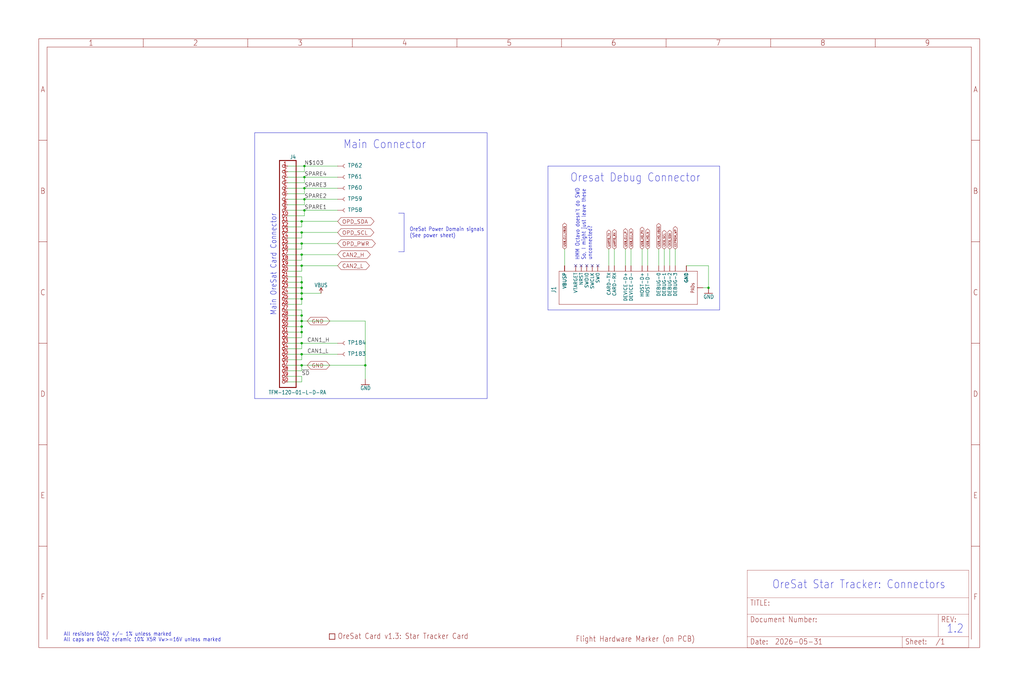
<source format=kicad_sch>
(kicad_sch (version 20250114) (generator "eeschema") (generator_version "9.0")
  (paper "User" 469.9 317.627)
  (lib_symbols
    (symbol "star-tracker-card-eagle-import:FLIGHMARKERNEW"
      (symbol "FLIGHMARKERNEW_1_0"
        (text "Flight Hardware Marker (on PCB)" (at 0 0 0) (effects (font (size 2.54 2.159)) (justify left bottom)))
      )
    )
    (symbol "star-tracker-card-eagle-import:FRAME_B_L"
      (symbol "FRAME_B_L_1_0"
        (polyline (pts (xy 0 279.4) (xy 431.8 279.4) (xy 431.8 0) (xy 0 0) (xy 0 279.4)))
        (polyline (pts (xy 0 232.8333) (xy 3.81 232.8333)))
        (polyline (pts (xy 0 186.2667) (xy 3.81 186.2667)))
        (polyline (pts (xy 0 139.7) (xy 3.81 139.7)))
        (polyline (pts (xy 0 93.1333) (xy 3.81 93.1333)))
        (polyline (pts (xy 0 46.5667) (xy 3.81 46.5667)))
        (polyline (pts (xy 3.81 275.59) (xy 3.81 3.81)))
        (polyline (pts (xy 47.9778 279.4) (xy 47.9778 275.59)))
        (polyline (pts (xy 95.9556 279.4) (xy 95.9556 275.59)))
        (polyline (pts (xy 143.9333 279.4) (xy 143.9333 275.59)))
        (polyline (pts (xy 191.9111 279.4) (xy 191.9111 275.59)))
        (polyline (pts (xy 239.8889 279.4) (xy 239.8889 275.59)))
        (polyline (pts (xy 287.8667 279.4) (xy 287.8667 275.59)))
        (polyline (pts (xy 335.8444 279.4) (xy 335.8444 275.59)))
        (polyline (pts (xy 383.8222 279.4) (xy 383.8222 275.59)))
        (polyline (pts (xy 427.99 275.59) (xy 3.81 275.59)))
        (polyline (pts (xy 427.99 275.59) (xy 427.99 3.81)))
        (polyline (pts (xy 427.99 232.8333) (xy 431.8 232.8333)))
        (polyline (pts (xy 427.99 186.2667) (xy 431.8 186.2667)))
        (polyline (pts (xy 427.99 139.7) (xy 431.8 139.7)))
        (polyline (pts (xy 427.99 93.1333) (xy 431.8 93.1333)))
        (polyline (pts (xy 427.99 46.5667) (xy 431.8 46.5667)))
        (text "A" (at 1.905 256.1167 0) (effects (font (size 2.54 2.286))))
        (text "B" (at 1.905 209.55 0) (effects (font (size 2.54 2.286))))
        (text "C" (at 1.905 162.9833 0) (effects (font (size 2.54 2.286))))
        (text "D" (at 1.905 116.4167 0) (effects (font (size 2.54 2.286))))
        (text "E" (at 1.905 69.85 0) (effects (font (size 2.54 2.286))))
        (text "F" (at 1.905 23.2833 0) (effects (font (size 2.54 2.286))))
        (text "1" (at 23.9889 277.495 0) (effects (font (size 2.54 2.286))))
        (text "2" (at 71.9667 277.495 0) (effects (font (size 2.54 2.286))))
        (text "3" (at 119.9444 277.495 0) (effects (font (size 2.54 2.286))))
        (text "4" (at 167.9222 277.495 0) (effects (font (size 2.54 2.286))))
        (text "5" (at 215.9 277.495 0) (effects (font (size 2.54 2.286))))
        (text "6" (at 263.8778 277.495 0) (effects (font (size 2.54 2.286))))
        (text "7" (at 311.8556 277.495 0) (effects (font (size 2.54 2.286))))
        (text "8" (at 359.8333 277.495 0) (effects (font (size 2.54 2.286))))
        (text "9" (at 407.8111 277.495 0) (effects (font (size 2.54 2.286))))
        (text "A" (at 429.895 256.1167 0) (effects (font (size 2.54 2.286))))
        (text "B" (at 429.895 209.55 0) (effects (font (size 2.54 2.286))))
        (text "C" (at 429.895 162.9833 0) (effects (font (size 2.54 2.286))))
        (text "D" (at 429.895 116.4167 0) (effects (font (size 2.54 2.286))))
        (text "E" (at 429.895 69.85 0) (effects (font (size 2.54 2.286))))
        (text "F" (at 429.895 23.2833 0) (effects (font (size 2.54 2.286))))
      )
      (symbol "FRAME_B_L_2_0"
        (polyline (pts (xy 0 22.86) (xy 0 35.56)) (stroke (width 0.1016)))
        (polyline (pts (xy 0 22.86) (xy 101.6 22.86)) (stroke (width 0.1016)))
        (polyline (pts (xy 0 15.24) (xy 0 22.86)) (stroke (width 0.1016)))
        (polyline (pts (xy 0 5.08) (xy 0 15.24)) (stroke (width 0.1016)))
        (polyline (pts (xy 0 5.08) (xy 71.12 5.08)) (stroke (width 0.1016)))
        (polyline (pts (xy 0 0) (xy 0 5.08)) (stroke (width 0.1016)))
        (polyline (pts (xy 0 0) (xy 71.12 0)) (stroke (width 0.1016)))
        (polyline (pts (xy 71.12 5.08) (xy 71.12 0)) (stroke (width 0.1016)))
        (polyline (pts (xy 71.12 5.08) (xy 87.63 5.08)) (stroke (width 0.1016)))
        (polyline (pts (xy 71.12 0) (xy 101.6 0)) (stroke (width 0.1016)))
        (polyline (pts (xy 87.63 15.24) (xy 0 15.24)) (stroke (width 0.1016)))
        (polyline (pts (xy 87.63 15.24) (xy 87.63 5.08)) (stroke (width 0.1016)))
        (polyline (pts (xy 87.63 5.08) (xy 101.6 5.08)) (stroke (width 0.1016)))
        (polyline (pts (xy 101.6 35.56) (xy 0 35.56)) (stroke (width 0.1016)))
        (polyline (pts (xy 101.6 35.56) (xy 101.6 22.86)) (stroke (width 0.1016)))
        (polyline (pts (xy 101.6 22.86) (xy 101.6 15.24)) (stroke (width 0.1016)))
        (polyline (pts (xy 101.6 15.24) (xy 87.63 15.24)) (stroke (width 0.1016)))
        (polyline (pts (xy 101.6 15.24) (xy 101.6 5.08)) (stroke (width 0.1016)))
        (polyline (pts (xy 101.6 5.08) (xy 101.6 0)) (stroke (width 0.1016)))
        (text "TITLE:" (at 1.27 19.05 0) (effects (font (size 2.54 2.159)) (justify left bottom)))
        (text "Document Number:" (at 1.27 11.43 0) (effects (font (size 2.54 2.159)) (justify left bottom)))
        (text "Date:" (at 1.27 1.27 0) (effects (font (size 2.54 2.159)) (justify left bottom)))
        (text "${CURRENT_DATE}" (at 12.7 1.27 0) (effects (font (size 2.54 2.159)) (justify left bottom)))
        (text "${PROJECTNAME}" (at 17.78 19.05 0) (effects (font (size 2.54 2.159)) (justify left bottom)))
        (text "Sheet:" (at 72.39 1.27 0) (effects (font (size 2.54 2.159)) (justify left bottom)))
        (text "${#}/${##}" (at 86.36 1.27 0) (effects (font (size 2.54 2.159)) (justify left bottom)))
        (text "REV:" (at 88.9 11.43 0) (effects (font (size 2.54 2.159)) (justify left bottom)))
      )
    )
    (symbol "star-tracker-card-eagle-import:J-SAMTEC-TFM-120-X1-XXX-D-RA"
      (property "Reference" "J" (at -6.35 51.435 0))
      (symbol "J-SAMTEC-TFM-120-X1-XXX-D-RA_1_0"
        (polyline (pts (xy -6.35 50.8) (xy -6.35 -53.34)) (stroke (width 0.4064)))
        (polyline (pts (xy -6.35 -53.34) (xy 1.27 -53.34)) (stroke (width 0.4064)))
        (polyline (pts (xy 1.27 50.8) (xy -6.35 50.8)) (stroke (width 0.4064)))
        (polyline (pts (xy 1.27 -53.34) (xy 1.27 50.8)) (stroke (width 0.4064)))
        (pin passive inverted (at -2.54 48.26 0) (length 2.54) (name "1") (number "1"))
        (pin passive inverted (at -2.54 45.72 0) (length 2.54) (name "2") (number "2"))
        (pin passive inverted (at -2.54 43.18 0) (length 2.54) (name "3") (number "3"))
        (pin passive inverted (at -2.54 40.64 0) (length 2.54) (name "4") (number "4"))
        (pin passive inverted (at -2.54 38.1 0) (length 2.54) (name "5") (number "5"))
        (pin passive inverted (at -2.54 35.56 0) (length 2.54) (name "6") (number "6"))
        (pin passive inverted (at -2.54 33.02 0) (length 2.54) (name "7") (number "7"))
        (pin passive inverted (at -2.54 30.48 0) (length 2.54) (name "8") (number "8"))
        (pin passive inverted (at -2.54 27.94 0) (length 2.54) (name "9") (number "9"))
        (pin passive inverted (at -2.54 25.4 0) (length 2.54) (name "10") (number "10"))
        (pin passive inverted (at -2.54 22.86 0) (length 2.54) (name "11") (number "11"))
        (pin passive inverted (at -2.54 20.32 0) (length 2.54) (name "12") (number "12"))
        (pin passive inverted (at -2.54 17.78 0) (length 2.54) (name "13") (number "13"))
        (pin passive inverted (at -2.54 15.24 0) (length 2.54) (name "14") (number "14"))
        (pin passive inverted (at -2.54 12.7 0) (length 2.54) (name "15") (number "15"))
        (pin passive inverted (at -2.54 10.16 0) (length 2.54) (name "16") (number "16"))
        (pin passive inverted (at -2.54 7.62 0) (length 2.54) (name "17") (number "17"))
        (pin passive inverted (at -2.54 5.08 0) (length 2.54) (name "18") (number "18"))
        (pin passive inverted (at -2.54 2.54 0) (length 2.54) (name "19") (number "19"))
        (pin passive inverted (at -2.54 0 0) (length 2.54) (name "20") (number "20"))
        (pin passive inverted (at -2.54 -2.54 0) (length 2.54) (name "21") (number "21"))
        (pin passive inverted (at -2.54 -5.08 0) (length 2.54) (name "22") (number "22"))
        (pin passive inverted (at -2.54 -7.62 0) (length 2.54) (name "23") (number "23"))
        (pin passive inverted (at -2.54 -10.16 0) (length 2.54) (name "24") (number "24"))
        (pin passive inverted (at -2.54 -12.7 0) (length 2.54) (name "25") (number "25"))
        (pin passive inverted (at -2.54 -15.24 0) (length 2.54) (name "26") (number "26"))
        (pin passive inverted (at -2.54 -17.78 0) (length 2.54) (name "27") (number "27"))
        (pin passive inverted (at -2.54 -20.32 0) (length 2.54) (name "28") (number "28"))
        (pin passive inverted (at -2.54 -22.86 0) (length 2.54) (name "29") (number "29"))
        (pin passive inverted (at -2.54 -25.4 0) (length 2.54) (name "30") (number "30"))
        (pin passive inverted (at -2.54 -27.94 0) (length 2.54) (name "31") (number "31"))
        (pin passive inverted (at -2.54 -30.48 0) (length 2.54) (name "32") (number "32"))
        (pin passive inverted (at -2.54 -33.02 0) (length 2.54) (name "33") (number "33"))
        (pin passive inverted (at -2.54 -35.56 0) (length 2.54) (name "34") (number "34"))
        (pin passive inverted (at -2.54 -38.1 0) (length 2.54) (name "35") (number "35"))
        (pin passive inverted (at -2.54 -40.64 0) (length 2.54) (name "36") (number "36"))
        (pin passive inverted (at -2.54 -43.18 0) (length 2.54) (name "37") (number "37"))
        (pin passive inverted (at -2.54 -45.72 0) (length 2.54) (name "38") (number "38"))
        (pin passive inverted (at -2.54 -48.26 0) (length 2.54) (name "39") (number "39"))
        (pin passive inverted (at -2.54 -50.8 0) (length 2.54) (name "40") (number "40"))
      )
    )
    (symbol "star-tracker-card-eagle-import:ORESAT-CARD-V1.3-STAR-TRACKER"
      (symbol "ORESAT-CARD-V1.3-STAR-TRACKER_1_0"
        (polyline (pts (xy -1.27 1.27) (xy -1.27 -1.27)) (stroke (width 0.254)))
        (polyline (pts (xy -1.27 -1.27) (xy 1.27 -1.27)) (stroke (width 0.254)))
        (polyline (pts (xy 1.27 1.27) (xy -1.27 1.27)) (stroke (width 0.254)))
        (polyline (pts (xy 1.27 -1.27) (xy 1.27 1.27)) (stroke (width 0.254)))
        (text "OreSat Card v1.3: Star Tracker Card" (at 2.54 -1.27 0) (effects (font (size 2.54 2.159)) (justify left bottom)))
      )
    )
    (symbol "star-tracker-card-eagle-import:ORESAT-DEBUG-CONNECTOR-CARD"
      (symbol "ORESAT-DEBUG-CONNECTOR-CARD_1_0"
        (polyline (pts (xy -7.62 30.48) (xy -7.62 -33.02)) (stroke (width 0.1524)))
        (polyline (pts (xy -7.62 -33.02) (xy 7.62 -33.02)) (stroke (width 0.1524)))
        (polyline (pts (xy 7.62 30.48) (xy -7.62 30.48)) (stroke (width 0.1524)))
        (polyline (pts (xy 7.62 -33.02) (xy 7.62 30.48)) (stroke (width 0.1524)))
        (text "PADs" (at -2.54 -31.75 0) (effects (font (size 1.524 1.2954)) (justify left bottom)))
        (pin bidirectional line (at 0 -35.56 90) (length 2.54) (name "PAD") (number "PAD1"))
        (pin bidirectional line (at 0 -35.56 90) (length 2.54) (name "PAD") (number "PAD2"))
        (pin passive line (at 10.16 27.94 180) (length 2.54) (name "VBUSP") (number "1"))
        (pin passive line (at 10.16 27.94 180) (length 2.54) (name "VBUSP") (number "2"))
        (pin passive line (at 10.16 22.86 180) (length 2.54) (name "VTARGET") (number "11"))
        (pin passive line (at 10.16 20.32 180) (length 2.54) (name "NRST") (number "10"))
        (pin passive line (at 10.16 17.78 180) (length 2.54) (name "SWDIO") (number "14"))
        (pin passive line (at 10.16 15.24 180) (length 2.54) (name "SWCLK") (number "15"))
        (pin passive line (at 10.16 12.7 180) (length 2.54) (name "SWO") (number "16"))
        (pin passive line (at 10.16 7.62 180) (length 2.54) (name "CARD-TX") (number "13"))
        (pin passive line (at 10.16 5.08 180) (length 2.54) (name "CARD-RX") (number "12"))
        (pin passive line (at 10.16 0 180) (length 2.54) (name "DEVICE-D+") (number "4"))
        (pin passive line (at 10.16 -2.54 180) (length 2.54) (name "DEVICE-D-") (number "5"))
        (pin passive line (at 10.16 -7.62 180) (length 2.54) (name "HOST-D+") (number "7"))
        (pin passive line (at 10.16 -10.16 180) (length 2.54) (name "HOST-D-") (number "8"))
        (pin passive line (at 10.16 -15.24 180) (length 2.54) (name "DEBUG-0") (number "17"))
        (pin passive line (at 10.16 -17.78 180) (length 2.54) (name "DEBUG-1") (number "18"))
        (pin passive line (at 10.16 -20.32 180) (length 2.54) (name "DEBUG-2") (number "19"))
        (pin passive line (at 10.16 -22.86 180) (length 2.54) (name "DEBUG-3") (number "20"))
        (pin passive line (at 10.16 -27.94 180) (length 2.54) (name "GND") (number "3"))
        (pin passive line (at 10.16 -27.94 180) (length 2.54) (name "GND") (number "6"))
        (pin passive line (at 10.16 -27.94 180) (length 2.54) (name "GND") (number "9"))
      )
    )
    (symbol "star-tracker-card-eagle-import:TEST-POINT3X4"
      (symbol "TEST-POINT3X4_1_0"
        (polyline (pts (xy 2.54 0) (xy 0 0)) (stroke (width 0.1524)))
        (arc (start 3.302 -0.762) (mid 2.54 0) (end 3.302 0.762) (stroke (width 0.1524)))
        (pin bidirectional line (at 0 0 180) (length 0) (name "1") (number "P$1"))
      )
    )
    (symbol "star-tracker-card-eagle-import:VBUS" (power)
      (symbol "VBUS_1_0"
        (polyline (pts (xy 0 0) (xy -0.762 -1.27)) (stroke (width 0.254)))
        (polyline (pts (xy 0.762 -1.27) (xy 0 0)) (stroke (width 0.254)))
        (pin power_in line (at 0 -2.54 90) (length 2.54) (name "VBUS") (number "1"))
      )
    )
    (symbol "star-tracker-card-eagle-import:supply1_371_GND" (power)
      (symbol "supply1_371_GND_1_0"
        (polyline (pts (xy -1.905 0) (xy 1.905 0)) (stroke (width 0.254)))
        (pin power_in line (at 0 2.54 270) (length 2.54) (name "GND") (number "1"))
      )
    )
  )
  (text "OreSat Power Domain signals\n(See power sheet)" (at 187.96 109.22 0) (effects (font (size 1.778 1.5113)) (justify left bottom)))
  (text "Oresat Debug Connector" (at 261.62 83.82 0) (effects (font (size 3.81 3.2385)) (justify left bottom)))
  (text "1.2" (at 434.34 290.83 0) (effects (font (size 3.81 3.2385)) (justify left bottom)))
  (text "All resistors 0402 +/- 1% unless marked" (at 29.21 292.1 0) (effects (font (size 1.778 1.5113)) (justify left bottom)))
  (text "All caps are 0402 ceramic 10% X5R Vw>=16V unless marked" (at 29.21 294.64 0) (effects (font (size 1.778 1.5113)) (justify left bottom)))
  (text "HMM Octavo doesn't do SWD\nSo, I might just leave these\nunconnected?" (at 271.78 119.38 90) (effects (font (size 1.778 1.5113)) (justify left bottom)))
  (text "Main OreSat Card Connector" (at 127 144.78 90) (effects (font (size 2.54 2.159)) (justify left bottom)))
  (text "OreSat Star Tracker: Connectors" (at 354.33 270.51 0) (effects (font (size 3.81 3.2385)) (justify left bottom)))
  (text "Main Connector" (at 157.48 68.58 0) (effects (font (size 3.81 3.2385)) (justify left bottom)))
  (junction (at 138.43 167.64))
  (junction (at 138.43 137.16))
  (junction (at 139.7 86.36))
  (junction (at 138.43 157.48))
  (junction (at 138.43 147.32))
  (junction (at 138.43 111.76))
  (junction (at 325.12 132.08))
  (junction (at 138.43 121.92))
  (junction (at 139.7 81.28))
  (junction (at 138.43 162.56))
  (junction (at 138.43 116.84))
  (junction (at 138.43 149.86))
  (junction (at 139.7 96.52))
  (junction (at 138.43 106.68))
  (junction (at 138.43 132.08))
  (junction (at 138.43 101.6))
  (junction (at 167.64 167.64))
  (junction (at 139.7 91.44))
  (junction (at 138.43 134.62))
  (junction (at 139.7 76.2))
  (junction (at 138.43 152.4))
  (junction (at 138.43 144.78))
  (junction (at 138.43 129.54))
  (no_connect (at 264.16 121.92))
  (no_connect (at 269.24 121.92))
  (no_connect (at 266.7 121.92))
  (no_connect (at 271.78 121.92))
  (no_connect (at 274.32 121.92))
  (wire (pts (xy 138.43 147.32) (xy 167.64 147.32)) (stroke (width 0.1524)))
  (wire (pts (xy 138.43 111.76) (xy 138.43 114.3)) (stroke (width 0.1524)))
  (wire (pts (xy 154.94 96.52) (xy 139.7 96.52)) (stroke (width 0.1524)))
  (wire (pts (xy 138.43 172.72) (xy 132.08 172.72)) (stroke (width 0.1524)))
  (wire (pts (xy 139.7 76.2) (xy 132.08 76.2)) (stroke (width 0.1524)))
  (wire (pts (xy 138.43 175.26) (xy 138.43 172.72)) (stroke (width 0.1524)))
  (wire (pts (xy 287.02 121.92) (xy 287.02 114.3)) (stroke (width 0.1524)))
  (wire (pts (xy 138.43 132.08) (xy 132.08 132.08)) (stroke (width 0.1524)))
  (polyline (pts (xy 251.46 142.24) (xy 330.2 142.24)) (stroke (width 0.1524) (type solid)))
  (wire (pts (xy 139.7 78.74) (xy 139.7 76.2)) (stroke (width 0.1524)))
  (polyline (pts (xy 223.52 60.96) (xy 223.52 182.88)) (stroke (width 0.1524) (type solid)))
  (wire (pts (xy 325.12 121.92) (xy 314.96 121.92)) (stroke (width 0.1524)))
  (wire (pts (xy 138.43 152.4) (xy 138.43 149.86)) (stroke (width 0.1524)))
  (wire (pts (xy 138.43 101.6) (xy 132.08 101.6)) (stroke (width 0.1524)))
  (wire (pts (xy 138.43 124.46) (xy 132.08 124.46)) (stroke (width 0.1524)))
  (wire (pts (xy 304.8 121.92) (xy 304.8 114.3)) (stroke (width 0.1524)))
  (wire (pts (xy 132.08 88.9) (xy 139.7 88.9)) (stroke (width 0.1524)))
  (wire (pts (xy 138.43 129.54) (xy 132.08 129.54)) (stroke (width 0.1524)))
  (wire (pts (xy 132.08 109.22) (xy 138.43 109.22)) (stroke (width 0.1524)))
  (wire (pts (xy 138.43 132.08) (xy 138.43 129.54)) (stroke (width 0.1524)))
  (wire (pts (xy 139.7 96.52) (xy 132.08 96.52)) (stroke (width 0.1524)))
  (wire (pts (xy 132.08 170.18) (xy 138.43 170.18)) (stroke (width 0.1524)))
  (wire (pts (xy 138.43 116.84) (xy 154.94 116.84)) (stroke (width 0.1524)))
  (wire (pts (xy 309.88 121.92) (xy 309.88 114.3)) (stroke (width 0.1524)))
  (polyline (pts (xy 330.2 76.2) (xy 251.46 76.2)) (stroke (width 0.1524) (type solid)))
  (wire (pts (xy 138.43 124.46) (xy 138.43 121.92)) (stroke (width 0.1524)))
  (wire (pts (xy 132.08 134.62) (xy 138.43 134.62)) (stroke (width 0.1524)))
  (wire (pts (xy 132.08 154.94) (xy 138.43 154.94)) (stroke (width 0.1524)))
  (wire (pts (xy 138.43 129.54) (xy 138.43 127)) (stroke (width 0.1524)))
  (wire (pts (xy 132.08 144.78) (xy 138.43 144.78)) (stroke (width 0.1524)))
  (wire (pts (xy 132.08 83.82) (xy 139.7 83.82)) (stroke (width 0.1524)))
  (wire (pts (xy 167.64 167.64) (xy 167.64 173.99)) (stroke (width 0.1524)))
  (wire (pts (xy 132.08 152.4) (xy 138.43 152.4)) (stroke (width 0.1524)))
  (polyline (pts (xy 116.84 60.96) (xy 223.52 60.96)) (stroke (width 0.1524) (type solid)))
  (wire (pts (xy 132.08 165.1) (xy 138.43 165.1)) (stroke (width 0.1524)))
  (wire (pts (xy 139.7 91.44) (xy 132.08 91.44)) (stroke (width 0.1524)))
  (polyline (pts (xy 185.42 115.57) (xy 182.88 115.57)) (stroke (width 0.1524) (type solid)))
  (wire (pts (xy 139.7 88.9) (xy 139.7 86.36)) (stroke (width 0.1524)))
  (wire (pts (xy 138.43 162.56) (xy 154.94 162.56)) (stroke (width 0.1524)))
  (wire (pts (xy 279.4 121.92) (xy 279.4 114.3)) (stroke (width 0.1524)))
  (wire (pts (xy 322.58 132.08) (xy 325.12 132.08)) (stroke (width 0.1524)))
  (wire (pts (xy 294.64 121.92) (xy 294.64 114.3)) (stroke (width 0.1524)))
  (wire (pts (xy 138.43 137.16) (xy 138.43 134.62)) (stroke (width 0.1524)))
  (wire (pts (xy 259.08 121.92) (xy 259.08 114.3)) (stroke (width 0.1524)))
  (wire (pts (xy 154.94 111.76) (xy 138.43 111.76)) (stroke (width 0.1524)))
  (wire (pts (xy 132.08 160.02) (xy 138.43 160.02)) (stroke (width 0.1524)))
  (wire (pts (xy 138.43 114.3) (xy 132.08 114.3)) (stroke (width 0.1524)))
  (wire (pts (xy 138.43 157.48) (xy 154.94 157.48)) (stroke (width 0.1524)))
  (wire (pts (xy 138.43 154.94) (xy 138.43 152.4)) (stroke (width 0.1524)))
  (wire (pts (xy 138.43 119.38) (xy 132.08 119.38)) (stroke (width 0.1524)))
  (wire (pts (xy 138.43 127) (xy 132.08 127)) (stroke (width 0.1524)))
  (wire (pts (xy 132.08 162.56) (xy 138.43 162.56)) (stroke (width 0.1524)))
  (polyline (pts (xy 185.42 97.79) (xy 185.42 115.57)) (stroke (width 0.1524) (type solid)))
  (wire (pts (xy 132.08 121.92) (xy 138.43 121.92)) (stroke (width 0.1524)))
  (wire (pts (xy 289.56 121.92) (xy 289.56 114.3)) (stroke (width 0.1524)))
  (wire (pts (xy 132.08 149.86) (xy 138.43 149.86)) (stroke (width 0.1524)))
  (wire (pts (xy 132.08 157.48) (xy 138.43 157.48)) (stroke (width 0.1524)))
  (wire (pts (xy 132.08 93.98) (xy 139.7 93.98)) (stroke (width 0.1524)))
  (polyline (pts (xy 330.2 142.24) (xy 330.2 76.2)) (stroke (width 0.1524) (type solid)))
  (wire (pts (xy 138.43 134.62) (xy 138.43 132.08)) (stroke (width 0.1524)))
  (wire (pts (xy 154.94 106.68) (xy 138.43 106.68)) (stroke (width 0.1524)))
  (wire (pts (xy 138.43 139.7) (xy 138.43 137.16)) (stroke (width 0.1524)))
  (wire (pts (xy 132.08 175.26) (xy 138.43 175.26)) (stroke (width 0.1524)))
  (wire (pts (xy 154.94 76.2) (xy 139.7 76.2)) (stroke (width 0.1524)))
  (wire (pts (xy 138.43 160.02) (xy 138.43 157.48)) (stroke (width 0.1524)))
  (wire (pts (xy 154.94 86.36) (xy 139.7 86.36)) (stroke (width 0.1524)))
  (wire (pts (xy 139.7 86.36) (xy 132.08 86.36)) (stroke (width 0.1524)))
  (wire (pts (xy 132.08 147.32) (xy 138.43 147.32)) (stroke (width 0.1524)))
  (wire (pts (xy 297.18 121.92) (xy 297.18 114.3)) (stroke (width 0.1524)))
  (wire (pts (xy 132.08 99.06) (xy 139.7 99.06)) (stroke (width 0.1524)))
  (wire (pts (xy 307.34 121.92) (xy 307.34 114.3)) (stroke (width 0.1524)))
  (wire (pts (xy 147.32 134.62) (xy 138.43 134.62)) (stroke (width 0.1524)))
  (wire (pts (xy 325.12 132.08) (xy 325.12 121.92)) (stroke (width 0.1524)))
  (wire (pts (xy 132.08 104.14) (xy 138.43 104.14)) (stroke (width 0.1524)))
  (wire (pts (xy 154.94 91.44) (xy 139.7 91.44)) (stroke (width 0.1524)))
  (wire (pts (xy 138.43 144.78) (xy 138.43 142.24)) (stroke (width 0.1524)))
  (wire (pts (xy 138.43 149.86) (xy 138.43 147.32)) (stroke (width 0.1524)))
  (wire (pts (xy 138.43 167.64) (xy 167.64 167.64)) (stroke (width 0.1524)))
  (wire (pts (xy 138.43 111.76) (xy 132.08 111.76)) (stroke (width 0.1524)))
  (wire (pts (xy 132.08 78.74) (xy 139.7 78.74)) (stroke (width 0.1524)))
  (wire (pts (xy 139.7 81.28) (xy 132.08 81.28)) (stroke (width 0.1524)))
  (wire (pts (xy 167.64 147.32) (xy 167.64 167.64)) (stroke (width 0.1524)))
  (wire (pts (xy 138.43 119.38) (xy 138.43 116.84)) (stroke (width 0.1524)))
  (wire (pts (xy 132.08 139.7) (xy 138.43 139.7)) (stroke (width 0.1524)))
  (wire (pts (xy 154.94 81.28) (xy 139.7 81.28)) (stroke (width 0.1524)))
  (wire (pts (xy 302.26 121.92) (xy 302.26 114.3)) (stroke (width 0.1524)))
  (polyline (pts (xy 223.52 182.88) (xy 116.84 182.88)) (stroke (width 0.1524) (type solid)))
  (wire (pts (xy 138.43 106.68) (xy 132.08 106.68)) (stroke (width 0.1524)))
  (polyline (pts (xy 182.88 97.79) (xy 185.42 97.79)) (stroke (width 0.1524) (type solid)))
  (wire (pts (xy 138.43 165.1) (xy 138.43 162.56)) (stroke (width 0.1524)))
  (wire (pts (xy 132.08 142.24) (xy 138.43 142.24)) (stroke (width 0.1524)))
  (wire (pts (xy 132.08 137.16) (xy 138.43 137.16)) (stroke (width 0.1524)))
  (polyline (pts (xy 116.84 182.88) (xy 116.84 60.96)) (stroke (width 0.1524) (type solid)))
  (wire (pts (xy 138.43 109.22) (xy 138.43 106.68)) (stroke (width 0.1524)))
  (wire (pts (xy 132.08 116.84) (xy 138.43 116.84)) (stroke (width 0.1524)))
  (wire (pts (xy 138.43 121.92) (xy 154.94 121.92)) (stroke (width 0.1524)))
  (polyline (pts (xy 251.46 76.2) (xy 251.46 142.24)) (stroke (width 0.1524) (type solid)))
  (wire (pts (xy 132.08 167.64) (xy 138.43 167.64)) (stroke (width 0.1524)))
  (wire (pts (xy 138.43 101.6) (xy 154.94 101.6)) (stroke (width 0.1524)))
  (wire (pts (xy 138.43 170.18) (xy 138.43 167.64)) (stroke (width 0.1524)))
  (wire (pts (xy 139.7 83.82) (xy 139.7 81.28)) (stroke (width 0.1524)))
  (wire (pts (xy 139.7 93.98) (xy 139.7 91.44)) (stroke (width 0.1524)))
  (wire (pts (xy 281.94 121.92) (xy 281.94 114.3)) (stroke (width 0.1524)))
  (wire (pts (xy 139.7 99.06) (xy 139.7 96.52)) (stroke (width 0.1524)))
  (wire (pts (xy 138.43 104.14) (xy 138.43 101.6)) (stroke (width 0.1524)))
  (wire (pts (xy 138.43 144.78) (xy 138.43 147.32)) (stroke (width 0.1524)))
  (label "SPARE4" (at 139.7 81.28 0) (effects (font (size 1.778 1.778))))
  (label "N$103" (at 139.7 76.2 0) (effects (font (size 1.778 1.778))))
  (label "SPARE3" (at 139.7 86.36 0) (effects (font (size 1.778 1.778))))
  (label "CAN1_L" (at 140.97 162.56 0) (effects (font (size 1.778 1.778))))
  (label "~{SD}" (at 138.43 172.72 0) (effects (font (size 1.778 1.778))))
  (label "SPARE1" (at 139.7 96.52 0) (effects (font (size 1.778 1.778))))
  (label "CAN1_H" (at 140.97 157.48 0) (effects (font (size 1.778 1.778))))
  (label "SPARE2" (at 139.7 91.44 0) (effects (font (size 1.778 1.778))))
  (global_label "USB_HO_PX" (shape bidirectional) (at 294.64 114.3 90) (effects (font (size 0.889 0.889))) (property "Intersheetrefs" "${INTERSHEET_REFS}" (effects (hide yes))))
  (global_label "GND" (shape bidirectional) (at 140.97 147.32 0) (effects (font (size 1.778 1.778))) (property "Intersheetrefs" "${INTERSHEET_REFS}" (effects (hide yes))))
  (global_label "OPD_SDA" (shape bidirectional) (at 154.94 101.6 0) (effects (font (size 1.778 1.778))) (property "Intersheetrefs" "${INTERSHEET_REFS}" (effects (hide yes))))
  (global_label "USB_CLI_VBUS" (shape bidirectional) (at 259.08 114.3 90) (effects (font (size 0.889 0.889))) (property "Intersheetrefs" "${INTERSHEET_REFS}" (effects (hide yes))))
  (global_label "I2C0_SDA" (shape bidirectional) (at 307.34 114.3 90) (effects (font (size 0.889 0.889))) (property "Intersheetrefs" "${INTERSHEET_REFS}" (effects (hide yes))))
  (global_label "OPD_PWR" (shape bidirectional) (at 154.94 111.76 0) (effects (font (size 1.778 1.778))) (property "Intersheetrefs" "${INTERSHEET_REFS}" (effects (hide yes))))
  (global_label "UART0_RX" (shape bidirectional) (at 281.94 114.3 90) (effects (font (size 0.889 0.889))) (property "Intersheetrefs" "${INTERSHEET_REFS}" (effects (hide yes))))
  (global_label "USB_CLI_P" (shape bidirectional) (at 287.02 114.3 90) (effects (font (size 0.889 0.889))) (property "Intersheetrefs" "${INTERSHEET_REFS}" (effects (hide yes))))
  (global_label "USB_HO_N" (shape bidirectional) (at 297.18 114.3 90) (effects (font (size 0.889 0.889))) (property "Intersheetrefs" "${INTERSHEET_REFS}" (effects (hide yes))))
  (global_label "OPD_SCL" (shape bidirectional) (at 154.94 106.68 0) (effects (font (size 1.778 1.778))) (property "Intersheetrefs" "${INTERSHEET_REFS}" (effects (hide yes))))
  (global_label "CAN2_L" (shape bidirectional) (at 154.94 121.92 0) (effects (font (size 1.778 1.778))) (property "Intersheetrefs" "${INTERSHEET_REFS}" (effects (hide yes))))
  (global_label "EEPROM_WP" (shape bidirectional) (at 309.88 114.3 90) (effects (font (size 0.889 0.889))) (property "Intersheetrefs" "${INTERSHEET_REFS}" (effects (hide yes))))
  (global_label "USB_CLI_N" (shape bidirectional) (at 289.56 114.3 90) (effects (font (size 0.889 0.889))) (property "Intersheetrefs" "${INTERSHEET_REFS}" (effects (hide yes))))
  (global_label "I2C0_SCL" (shape bidirectional) (at 304.8 114.3 90) (effects (font (size 0.889 0.889))) (property "Intersheetrefs" "${INTERSHEET_REFS}" (effects (hide yes))))
  (global_label "UART0_TX" (shape bidirectional) (at 279.4 114.3 90) (effects (font (size 0.889 0.889))) (property "Intersheetrefs" "${INTERSHEET_REFS}" (effects (hide yes))))
  (global_label "CAN2_H" (shape bidirectional) (at 154.94 116.84 0) (effects (font (size 1.778 1.778))) (property "Intersheetrefs" "${INTERSHEET_REFS}" (effects (hide yes))))
  (global_label "GND" (shape bidirectional) (at 140.97 167.64 0) (effects (font (size 1.778 1.778))) (property "Intersheetrefs" "${INTERSHEET_REFS}" (effects (hide yes))))
  (global_label "USB_HO_VBUS" (shape bidirectional) (at 302.26 114.3 90) (effects (font (size 0.889 0.889))) (property "Intersheetrefs" "${INTERSHEET_REFS}" (effects (hide yes))))
  (symbol (lib_id "star-tracker-card-eagle-import:ORESAT-DEBUG-CONNECTOR-CARD") (at 287.02 132.08 90) (unit 1)
    (property "Reference" "J1" (at 255.27 134.62 0) (effects (font (size 2.0828 1.7703)) (justify left bottom)))
    (property "Value" "ORESAT-DEBUG-CONNECTOR-CARD" (effects (hide yes)))
    (property "Footprint" "star-tracker-card:TE_2-1734592-0" (effects (hide yes)))
  )
  (symbol (lib_id "star-tracker-card-eagle-import:FRAME_B_L") (at 342.9 297.18 0) (unit 2)
    (property "Reference" "#FRAME1" (effects (hide yes)))
    (property "Value" "FRAME_B_L" (effects (hide yes)))
  )
  (symbol (lib_id "star-tracker-card-eagle-import:TEST-POINT3X4") (at 154.94 76.2 0) (unit 1)
    (property "Reference" "TP62" (at 159.512 76.962 0) (effects (font (size 1.778 1.778)) (justify left bottom)))
    (property "Value" "TEST-POINT3X4" (effects (hide yes)))
    (property "Footprint" "star-tracker-card:PAD.03X.04" (effects (hide yes)))
  )
  (symbol (lib_id "star-tracker-card-eagle-import:TEST-POINT3X4") (at 154.94 86.36 0) (unit 1)
    (property "Reference" "TP60" (at 159.512 87.122 0) (effects (font (size 1.778 1.778)) (justify left bottom)))
    (property "Value" "TEST-POINT3X4" (effects (hide yes)))
    (property "Footprint" "star-tracker-card:PAD.03X.04" (effects (hide yes)))
  )
  (symbol (lib_id "star-tracker-card-eagle-import:supply1_371_GND") (at 167.64 176.53 0) (mirror y) (unit 1)
    (property "Reference" "#GND1" (effects (hide yes)))
    (property "Value" "GND" (at 170.18 179.07 0) (effects (font (size 1.778 1.5113)) (justify left bottom)))
  )
  (symbol (lib_id "star-tracker-card-eagle-import:FLIGHMARKERNEW") (at 264.16 294.64 0) (unit 1)
    (property "Reference" "U$1" (effects (hide yes)))
    (property "Value" "FLIGHMARKERNEW" (effects (hide yes)))
    (property "Footprint" "star-tracker-card:FLIGHTMARKER_NEW_BOARDS" (effects (hide yes)))
  )
  (symbol (lib_id "star-tracker-card-eagle-import:FRAME_B_L") (at 17.78 297.18 0) (unit 1)
    (property "Reference" "#FRAME1" (effects (hide yes)))
    (property "Value" "FRAME_B_L" (effects (hide yes)))
  )
  (symbol (lib_id "star-tracker-card-eagle-import:ORESAT-CARD-V1.3-STAR-TRACKER") (at 152.4 292.1 0) (unit 1)
    (property "Reference" "PCB1" (effects (hide yes)))
    (property "Value" "ORESAT-CARD-V1.3-STAR-TRACKER" (effects (hide yes)))
    (property "Footprint" "star-tracker-card:ORESAT-CARD-V1.3-STAR-TRACKER" (effects (hide yes)))
  )
  (symbol (lib_id "star-tracker-card-eagle-import:TEST-POINT3X4") (at 154.94 81.28 0) (unit 1)
    (property "Reference" "TP61" (at 159.512 82.042 0) (effects (font (size 1.778 1.778)) (justify left bottom)))
    (property "Value" "TEST-POINT3X4" (effects (hide yes)))
    (property "Footprint" "star-tracker-card:PAD.03X.04" (effects (hide yes)))
  )
  (symbol (lib_id "star-tracker-card-eagle-import:TEST-POINT3X4") (at 154.94 96.52 0) (unit 1)
    (property "Reference" "TP58" (at 159.512 97.282 0) (effects (font (size 1.778 1.778)) (justify left bottom)))
    (property "Value" "TEST-POINT3X4" (effects (hide yes)))
    (property "Footprint" "star-tracker-card:PAD.03X.04" (effects (hide yes)))
  )
  (symbol (lib_id "star-tracker-card-eagle-import:VBUS") (at 147.32 132.08 0) (unit 1)
    (property "Reference" "#VBUS2" (effects (hide yes)))
    (property "Value" "VBUS" (at 147.32 131.826 0) (effects (font (size 1.778 1.5113)) (justify bottom)))
  )
  (symbol (lib_id "star-tracker-card-eagle-import:TEST-POINT3X4") (at 154.94 157.48 0) (unit 1)
    (property "Reference" "TP184" (at 159.512 158.242 0) (effects (font (size 1.778 1.778)) (justify left bottom)))
    (property "Value" "TEST-POINT3X4" (effects (hide yes)))
    (property "Footprint" "star-tracker-card:PAD.03X.04" (effects (hide yes)))
  )
  (symbol (lib_id "star-tracker-card-eagle-import:supply1_371_GND") (at 325.12 134.62 0) (mirror y) (unit 1)
    (property "Reference" "#GND76" (effects (hide yes)))
    (property "Value" "GND" (at 327.66 137.16 0) (effects (font (size 1.778 1.5113)) (justify left bottom)))
  )
  (symbol (lib_id "star-tracker-card-eagle-import:TEST-POINT3X4") (at 154.94 162.56 0) (unit 1)
    (property "Reference" "TP183" (at 159.512 163.322 0) (effects (font (size 1.778 1.778)) (justify left bottom)))
    (property "Value" "TEST-POINT3X4" (effects (hide yes)))
    (property "Footprint" "star-tracker-card:PAD.03X.04" (effects (hide yes)))
  )
  (symbol (lib_id "star-tracker-card-eagle-import:TEST-POINT3X4") (at 154.94 91.44 0) (unit 1)
    (property "Reference" "TP59" (at 159.512 92.202 0) (effects (font (size 1.778 1.778)) (justify left bottom)))
    (property "Value" "TEST-POINT3X4" (effects (hide yes)))
    (property "Footprint" "star-tracker-card:PAD.03X.04" (effects (hide yes)))
  )
  (symbol (lib_id "star-tracker-card-eagle-import:J-SAMTEC-TFM-120-X1-XXX-D-RA") (at 129.54 124.46 0) (mirror y) (unit 1)
    (property "Reference" "J4" (at 135.89 73.025 0) (effects (font (size 1.778 1.5113)) (justify left bottom)))
    (property "Value" "TFM-120-01-L-D-RA" (at 123.19 179.07 0) (effects (font (size 1.778 1.5113)) (justify right top)))
    (property "Footprint" "star-tracker-card:J-SAMTEC-TFM-120-X1-XXX-D-RA" (effects (hide yes)))
  )
)
</source>
